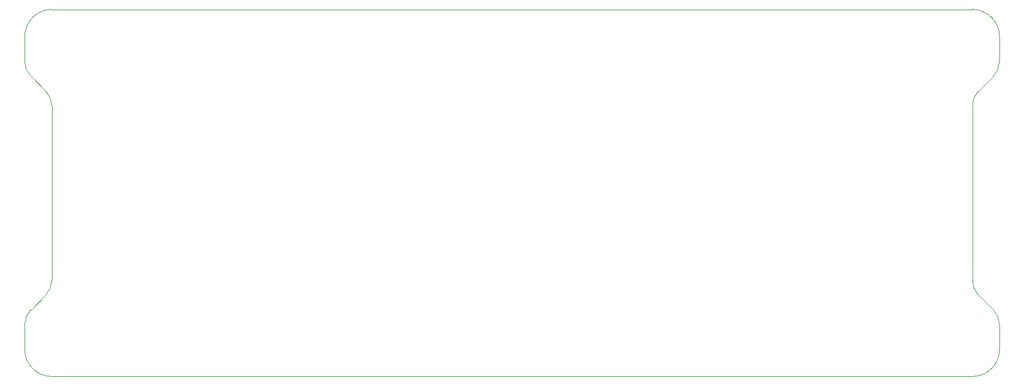
<source format=gbr>
%TF.GenerationSoftware,KiCad,Pcbnew,9.0.2*%
%TF.CreationDate,2025-05-28T14:54:03+02:00*%
%TF.ProjectId,BMS_13,424d535f-3133-42e6-9b69-6361645f7063,rev?*%
%TF.SameCoordinates,Original*%
%TF.FileFunction,Profile,NP*%
%FSLAX46Y46*%
G04 Gerber Fmt 4.6, Leading zero omitted, Abs format (unit mm)*
G04 Created by KiCad (PCBNEW 9.0.2) date 2025-05-28 14:54:03*
%MOMM*%
%LPD*%
G01*
G04 APERTURE LIST*
%TA.AperFunction,Profile*%
%ADD10C,0.100000*%
%TD*%
G04 APERTURE END LIST*
D10*
X207621320Y-73378680D02*
X205378679Y-75621321D01*
X208500000Y-67500000D02*
X208500000Y-71257359D01*
X205378679Y-105878679D02*
G75*
G02*
X204500029Y-103757359I2121321J2121279D01*
G01*
X68000000Y-103757359D02*
X68000000Y-77742641D01*
X204500000Y-118000000D02*
X68000000Y-118000000D01*
X64878680Y-73378680D02*
X67121321Y-75621321D01*
X68000000Y-63500000D02*
X204500000Y-63500000D01*
X68000000Y-103757359D02*
G75*
G02*
X67121300Y-105878658I-2999800J-41D01*
G01*
X208500000Y-71257359D02*
G75*
G02*
X207621299Y-73378659I-2999800J-41D01*
G01*
X64000000Y-114000000D02*
X64000000Y-110242641D01*
X64878680Y-73378680D02*
G75*
G02*
X64000029Y-71257359I2121320J2121280D01*
G01*
X204500000Y-63500000D02*
G75*
G02*
X208500000Y-67500000I0J-4000000D01*
G01*
X204500000Y-77742641D02*
G75*
G02*
X205378700Y-75621342I2999800J41D01*
G01*
X67121321Y-75621321D02*
G75*
G02*
X67999971Y-77742641I-2121321J-2121279D01*
G01*
X208500000Y-110242641D02*
X208500000Y-114000000D01*
X68000000Y-118000000D02*
G75*
G02*
X64000000Y-114000000I0J4000000D01*
G01*
X207621320Y-108121320D02*
G75*
G02*
X208499971Y-110242641I-2121320J-2121280D01*
G01*
X208500000Y-114000000D02*
G75*
G02*
X204500000Y-118000000I-4000000J0D01*
G01*
X204500000Y-103757359D02*
X204500000Y-77742641D01*
X64878680Y-108121320D02*
X67121321Y-105878679D01*
X64000000Y-67500000D02*
X64000000Y-71257359D01*
X64000000Y-110242641D02*
G75*
G02*
X64878701Y-108121341I2999800J41D01*
G01*
X207621320Y-108121320D02*
X205378679Y-105878679D01*
X64000000Y-67500000D02*
G75*
G02*
X68000000Y-63500000I4000000J0D01*
G01*
M02*

</source>
